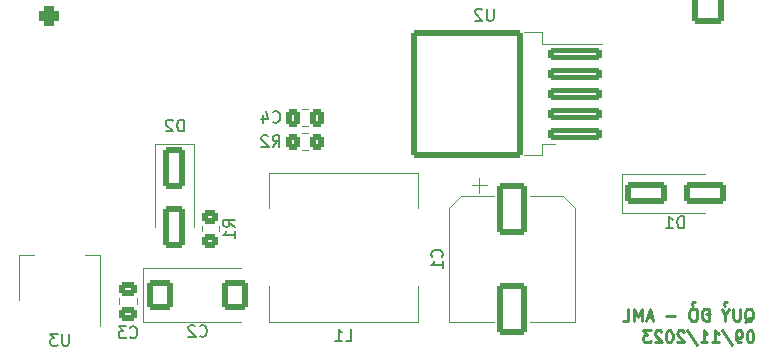
<source format=gbo>
G04 #@! TF.GenerationSoftware,KiCad,Pcbnew,7.0.8*
G04 #@! TF.CreationDate,2023-11-09T09:46:19+07:00*
G04 #@! TF.ProjectId,PCB v2,50434220-7632-42e6-9b69-6361645f7063,rev?*
G04 #@! TF.SameCoordinates,Original*
G04 #@! TF.FileFunction,Legend,Bot*
G04 #@! TF.FilePolarity,Positive*
%FSLAX46Y46*%
G04 Gerber Fmt 4.6, Leading zero omitted, Abs format (unit mm)*
G04 Created by KiCad (PCBNEW 7.0.8) date 2023-11-09 09:46:19*
%MOMM*%
%LPD*%
G01*
G04 APERTURE LIST*
G04 Aperture macros list*
%AMRoundRect*
0 Rectangle with rounded corners*
0 $1 Rounding radius*
0 $2 $3 $4 $5 $6 $7 $8 $9 X,Y pos of 4 corners*
0 Add a 4 corners polygon primitive as box body*
4,1,4,$2,$3,$4,$5,$6,$7,$8,$9,$2,$3,0*
0 Add four circle primitives for the rounded corners*
1,1,$1+$1,$2,$3*
1,1,$1+$1,$4,$5*
1,1,$1+$1,$6,$7*
1,1,$1+$1,$8,$9*
0 Add four rect primitives between the rounded corners*
20,1,$1+$1,$2,$3,$4,$5,0*
20,1,$1+$1,$4,$5,$6,$7,0*
20,1,$1+$1,$6,$7,$8,$9,0*
20,1,$1+$1,$8,$9,$2,$3,0*%
G04 Aperture macros list end*
%ADD10C,0.250000*%
%ADD11C,0.150000*%
%ADD12C,0.120000*%
%ADD13RoundRect,0.425000X-0.425000X0.425000X-0.425000X-0.425000X0.425000X-0.425000X0.425000X0.425000X0*%
%ADD14C,1.700000*%
%ADD15C,2.700000*%
%ADD16RoundRect,0.250001X-1.099999X1.099999X-1.099999X-1.099999X1.099999X-1.099999X1.099999X1.099999X0*%
%ADD17RoundRect,0.425000X-0.425000X-0.425000X0.425000X-0.425000X0.425000X0.425000X-0.425000X0.425000X0*%
%ADD18RoundRect,0.425000X0.425000X-0.425000X0.425000X0.425000X-0.425000X0.425000X-0.425000X-0.425000X0*%
%ADD19C,1.500000*%
%ADD20C,2.000000*%
%ADD21R,2.000000X2.000000*%
%ADD22RoundRect,0.250000X0.475000X-0.337500X0.475000X0.337500X-0.475000X0.337500X-0.475000X-0.337500X0*%
%ADD23RoundRect,0.250000X2.050000X0.300000X-2.050000X0.300000X-2.050000X-0.300000X2.050000X-0.300000X0*%
%ADD24RoundRect,0.250002X4.449998X5.149998X-4.449998X5.149998X-4.449998X-5.149998X4.449998X-5.149998X0*%
%ADD25RoundRect,0.250000X-0.650000X1.500000X-0.650000X-1.500000X0.650000X-1.500000X0.650000X1.500000X0*%
%ADD26R,2.900000X5.400000*%
%ADD27R,1.500000X2.000000*%
%ADD28R,3.800000X2.000000*%
%ADD29RoundRect,0.250000X0.450000X-0.350000X0.450000X0.350000X-0.450000X0.350000X-0.450000X-0.350000X0*%
%ADD30RoundRect,0.250000X-0.337500X-0.475000X0.337500X-0.475000X0.337500X0.475000X-0.337500X0.475000X0*%
%ADD31RoundRect,0.250000X-0.875000X-1.025000X0.875000X-1.025000X0.875000X1.025000X-0.875000X1.025000X0*%
%ADD32RoundRect,0.250000X-1.000000X1.950000X-1.000000X-1.950000X1.000000X-1.950000X1.000000X1.950000X0*%
%ADD33RoundRect,0.250000X-1.500000X-0.650000X1.500000X-0.650000X1.500000X0.650000X-1.500000X0.650000X0*%
%ADD34RoundRect,0.250000X0.350000X0.450000X-0.350000X0.450000X-0.350000X-0.450000X0.350000X-0.450000X0*%
G04 APERTURE END LIST*
D10*
X174030765Y-134819857D02*
X174126003Y-134772238D01*
X174126003Y-134772238D02*
X174221241Y-134677000D01*
X174221241Y-134677000D02*
X174364098Y-134534142D01*
X174364098Y-134534142D02*
X174459336Y-134486523D01*
X174459336Y-134486523D02*
X174554574Y-134486523D01*
X174506955Y-134724619D02*
X174602193Y-134677000D01*
X174602193Y-134677000D02*
X174697431Y-134581761D01*
X174697431Y-134581761D02*
X174745050Y-134391285D01*
X174745050Y-134391285D02*
X174745050Y-134057952D01*
X174745050Y-134057952D02*
X174697431Y-133867476D01*
X174697431Y-133867476D02*
X174602193Y-133772238D01*
X174602193Y-133772238D02*
X174506955Y-133724619D01*
X174506955Y-133724619D02*
X174316479Y-133724619D01*
X174316479Y-133724619D02*
X174221241Y-133772238D01*
X174221241Y-133772238D02*
X174126003Y-133867476D01*
X174126003Y-133867476D02*
X174078384Y-134057952D01*
X174078384Y-134057952D02*
X174078384Y-134391285D01*
X174078384Y-134391285D02*
X174126003Y-134581761D01*
X174126003Y-134581761D02*
X174221241Y-134677000D01*
X174221241Y-134677000D02*
X174316479Y-134724619D01*
X174316479Y-134724619D02*
X174506955Y-134724619D01*
X173649812Y-133724619D02*
X173649812Y-134534142D01*
X173649812Y-134534142D02*
X173602193Y-134629380D01*
X173602193Y-134629380D02*
X173554574Y-134677000D01*
X173554574Y-134677000D02*
X173459336Y-134724619D01*
X173459336Y-134724619D02*
X173268860Y-134724619D01*
X173268860Y-134724619D02*
X173173622Y-134677000D01*
X173173622Y-134677000D02*
X173126003Y-134629380D01*
X173126003Y-134629380D02*
X173078384Y-134534142D01*
X173078384Y-134534142D02*
X173078384Y-133724619D01*
X172411717Y-134248428D02*
X172411717Y-134724619D01*
X172745050Y-133724619D02*
X172411717Y-134248428D01*
X172411717Y-134248428D02*
X172078384Y-133724619D01*
X172411717Y-133486523D02*
X172316479Y-133391285D01*
X172316479Y-133391285D02*
X172268860Y-133296047D01*
X172268860Y-133296047D02*
X172316479Y-133200809D01*
X172316479Y-133200809D02*
X172411717Y-133153190D01*
X172411717Y-133153190D02*
X172506955Y-133153190D01*
X170983145Y-134724619D02*
X170983145Y-133724619D01*
X170983145Y-133724619D02*
X170745050Y-133724619D01*
X170745050Y-133724619D02*
X170602193Y-133772238D01*
X170602193Y-133772238D02*
X170506955Y-133867476D01*
X170506955Y-133867476D02*
X170459336Y-133962714D01*
X170459336Y-133962714D02*
X170411717Y-134153190D01*
X170411717Y-134153190D02*
X170411717Y-134296047D01*
X170411717Y-134296047D02*
X170459336Y-134486523D01*
X170459336Y-134486523D02*
X170506955Y-134581761D01*
X170506955Y-134581761D02*
X170602193Y-134677000D01*
X170602193Y-134677000D02*
X170745050Y-134724619D01*
X170745050Y-134724619D02*
X170983145Y-134724619D01*
X171126002Y-134200809D02*
X170745050Y-134200809D01*
X169792669Y-133724619D02*
X169602193Y-133724619D01*
X169602193Y-133724619D02*
X169506955Y-133772238D01*
X169506955Y-133772238D02*
X169411717Y-133867476D01*
X169411717Y-133867476D02*
X169364098Y-134057952D01*
X169364098Y-134057952D02*
X169364098Y-134391285D01*
X169364098Y-134391285D02*
X169411717Y-134581761D01*
X169411717Y-134581761D02*
X169506955Y-134677000D01*
X169506955Y-134677000D02*
X169602193Y-134724619D01*
X169602193Y-134724619D02*
X169792669Y-134724619D01*
X169792669Y-134724619D02*
X169887907Y-134677000D01*
X169887907Y-134677000D02*
X169983145Y-134581761D01*
X169983145Y-134581761D02*
X170030764Y-134391285D01*
X170030764Y-134391285D02*
X170030764Y-134057952D01*
X170030764Y-134057952D02*
X169983145Y-133867476D01*
X169983145Y-133867476D02*
X169887907Y-133772238D01*
X169887907Y-133772238D02*
X169792669Y-133724619D01*
X169697431Y-133486523D02*
X169602193Y-133391285D01*
X169602193Y-133391285D02*
X169554574Y-133296047D01*
X169554574Y-133296047D02*
X169602193Y-133200809D01*
X169602193Y-133200809D02*
X169697431Y-133153190D01*
X169697431Y-133153190D02*
X169792669Y-133153190D01*
X168173621Y-134343666D02*
X167411717Y-134343666D01*
X166221240Y-134438904D02*
X165745050Y-134438904D01*
X166316478Y-134724619D02*
X165983145Y-133724619D01*
X165983145Y-133724619D02*
X165649812Y-134724619D01*
X165316478Y-134724619D02*
X165316478Y-133724619D01*
X165316478Y-133724619D02*
X164983145Y-134438904D01*
X164983145Y-134438904D02*
X164649812Y-133724619D01*
X164649812Y-133724619D02*
X164649812Y-134724619D01*
X163697431Y-134724619D02*
X164173621Y-134724619D01*
X164173621Y-134724619D02*
X164173621Y-133724619D01*
X174546955Y-135554619D02*
X174451717Y-135554619D01*
X174451717Y-135554619D02*
X174356479Y-135602238D01*
X174356479Y-135602238D02*
X174308860Y-135649857D01*
X174308860Y-135649857D02*
X174261241Y-135745095D01*
X174261241Y-135745095D02*
X174213622Y-135935571D01*
X174213622Y-135935571D02*
X174213622Y-136173666D01*
X174213622Y-136173666D02*
X174261241Y-136364142D01*
X174261241Y-136364142D02*
X174308860Y-136459380D01*
X174308860Y-136459380D02*
X174356479Y-136507000D01*
X174356479Y-136507000D02*
X174451717Y-136554619D01*
X174451717Y-136554619D02*
X174546955Y-136554619D01*
X174546955Y-136554619D02*
X174642193Y-136507000D01*
X174642193Y-136507000D02*
X174689812Y-136459380D01*
X174689812Y-136459380D02*
X174737431Y-136364142D01*
X174737431Y-136364142D02*
X174785050Y-136173666D01*
X174785050Y-136173666D02*
X174785050Y-135935571D01*
X174785050Y-135935571D02*
X174737431Y-135745095D01*
X174737431Y-135745095D02*
X174689812Y-135649857D01*
X174689812Y-135649857D02*
X174642193Y-135602238D01*
X174642193Y-135602238D02*
X174546955Y-135554619D01*
X173737431Y-136554619D02*
X173546955Y-136554619D01*
X173546955Y-136554619D02*
X173451717Y-136507000D01*
X173451717Y-136507000D02*
X173404098Y-136459380D01*
X173404098Y-136459380D02*
X173308860Y-136316523D01*
X173308860Y-136316523D02*
X173261241Y-136126047D01*
X173261241Y-136126047D02*
X173261241Y-135745095D01*
X173261241Y-135745095D02*
X173308860Y-135649857D01*
X173308860Y-135649857D02*
X173356479Y-135602238D01*
X173356479Y-135602238D02*
X173451717Y-135554619D01*
X173451717Y-135554619D02*
X173642193Y-135554619D01*
X173642193Y-135554619D02*
X173737431Y-135602238D01*
X173737431Y-135602238D02*
X173785050Y-135649857D01*
X173785050Y-135649857D02*
X173832669Y-135745095D01*
X173832669Y-135745095D02*
X173832669Y-135983190D01*
X173832669Y-135983190D02*
X173785050Y-136078428D01*
X173785050Y-136078428D02*
X173737431Y-136126047D01*
X173737431Y-136126047D02*
X173642193Y-136173666D01*
X173642193Y-136173666D02*
X173451717Y-136173666D01*
X173451717Y-136173666D02*
X173356479Y-136126047D01*
X173356479Y-136126047D02*
X173308860Y-136078428D01*
X173308860Y-136078428D02*
X173261241Y-135983190D01*
X172118384Y-135507000D02*
X172975526Y-136792714D01*
X171261241Y-136554619D02*
X171832669Y-136554619D01*
X171546955Y-136554619D02*
X171546955Y-135554619D01*
X171546955Y-135554619D02*
X171642193Y-135697476D01*
X171642193Y-135697476D02*
X171737431Y-135792714D01*
X171737431Y-135792714D02*
X171832669Y-135840333D01*
X170308860Y-136554619D02*
X170880288Y-136554619D01*
X170594574Y-136554619D02*
X170594574Y-135554619D01*
X170594574Y-135554619D02*
X170689812Y-135697476D01*
X170689812Y-135697476D02*
X170785050Y-135792714D01*
X170785050Y-135792714D02*
X170880288Y-135840333D01*
X169166003Y-135507000D02*
X170023145Y-136792714D01*
X168880288Y-135649857D02*
X168832669Y-135602238D01*
X168832669Y-135602238D02*
X168737431Y-135554619D01*
X168737431Y-135554619D02*
X168499336Y-135554619D01*
X168499336Y-135554619D02*
X168404098Y-135602238D01*
X168404098Y-135602238D02*
X168356479Y-135649857D01*
X168356479Y-135649857D02*
X168308860Y-135745095D01*
X168308860Y-135745095D02*
X168308860Y-135840333D01*
X168308860Y-135840333D02*
X168356479Y-135983190D01*
X168356479Y-135983190D02*
X168927907Y-136554619D01*
X168927907Y-136554619D02*
X168308860Y-136554619D01*
X167689812Y-135554619D02*
X167594574Y-135554619D01*
X167594574Y-135554619D02*
X167499336Y-135602238D01*
X167499336Y-135602238D02*
X167451717Y-135649857D01*
X167451717Y-135649857D02*
X167404098Y-135745095D01*
X167404098Y-135745095D02*
X167356479Y-135935571D01*
X167356479Y-135935571D02*
X167356479Y-136173666D01*
X167356479Y-136173666D02*
X167404098Y-136364142D01*
X167404098Y-136364142D02*
X167451717Y-136459380D01*
X167451717Y-136459380D02*
X167499336Y-136507000D01*
X167499336Y-136507000D02*
X167594574Y-136554619D01*
X167594574Y-136554619D02*
X167689812Y-136554619D01*
X167689812Y-136554619D02*
X167785050Y-136507000D01*
X167785050Y-136507000D02*
X167832669Y-136459380D01*
X167832669Y-136459380D02*
X167880288Y-136364142D01*
X167880288Y-136364142D02*
X167927907Y-136173666D01*
X167927907Y-136173666D02*
X167927907Y-135935571D01*
X167927907Y-135935571D02*
X167880288Y-135745095D01*
X167880288Y-135745095D02*
X167832669Y-135649857D01*
X167832669Y-135649857D02*
X167785050Y-135602238D01*
X167785050Y-135602238D02*
X167689812Y-135554619D01*
X166975526Y-135649857D02*
X166927907Y-135602238D01*
X166927907Y-135602238D02*
X166832669Y-135554619D01*
X166832669Y-135554619D02*
X166594574Y-135554619D01*
X166594574Y-135554619D02*
X166499336Y-135602238D01*
X166499336Y-135602238D02*
X166451717Y-135649857D01*
X166451717Y-135649857D02*
X166404098Y-135745095D01*
X166404098Y-135745095D02*
X166404098Y-135840333D01*
X166404098Y-135840333D02*
X166451717Y-135983190D01*
X166451717Y-135983190D02*
X167023145Y-136554619D01*
X167023145Y-136554619D02*
X166404098Y-136554619D01*
X166070764Y-135554619D02*
X165451717Y-135554619D01*
X165451717Y-135554619D02*
X165785050Y-135935571D01*
X165785050Y-135935571D02*
X165642193Y-135935571D01*
X165642193Y-135935571D02*
X165546955Y-135983190D01*
X165546955Y-135983190D02*
X165499336Y-136030809D01*
X165499336Y-136030809D02*
X165451717Y-136126047D01*
X165451717Y-136126047D02*
X165451717Y-136364142D01*
X165451717Y-136364142D02*
X165499336Y-136459380D01*
X165499336Y-136459380D02*
X165546955Y-136507000D01*
X165546955Y-136507000D02*
X165642193Y-136554619D01*
X165642193Y-136554619D02*
X165927907Y-136554619D01*
X165927907Y-136554619D02*
X166023145Y-136507000D01*
X166023145Y-136507000D02*
X166070764Y-136459380D01*
D11*
X122005166Y-136119580D02*
X122052785Y-136167200D01*
X122052785Y-136167200D02*
X122195642Y-136214819D01*
X122195642Y-136214819D02*
X122290880Y-136214819D01*
X122290880Y-136214819D02*
X122433737Y-136167200D01*
X122433737Y-136167200D02*
X122528975Y-136071961D01*
X122528975Y-136071961D02*
X122576594Y-135976723D01*
X122576594Y-135976723D02*
X122624213Y-135786247D01*
X122624213Y-135786247D02*
X122624213Y-135643390D01*
X122624213Y-135643390D02*
X122576594Y-135452914D01*
X122576594Y-135452914D02*
X122528975Y-135357676D01*
X122528975Y-135357676D02*
X122433737Y-135262438D01*
X122433737Y-135262438D02*
X122290880Y-135214819D01*
X122290880Y-135214819D02*
X122195642Y-135214819D01*
X122195642Y-135214819D02*
X122052785Y-135262438D01*
X122052785Y-135262438D02*
X122005166Y-135310057D01*
X121671832Y-135214819D02*
X121052785Y-135214819D01*
X121052785Y-135214819D02*
X121386118Y-135595771D01*
X121386118Y-135595771D02*
X121243261Y-135595771D01*
X121243261Y-135595771D02*
X121148023Y-135643390D01*
X121148023Y-135643390D02*
X121100404Y-135691009D01*
X121100404Y-135691009D02*
X121052785Y-135786247D01*
X121052785Y-135786247D02*
X121052785Y-136024342D01*
X121052785Y-136024342D02*
X121100404Y-136119580D01*
X121100404Y-136119580D02*
X121148023Y-136167200D01*
X121148023Y-136167200D02*
X121243261Y-136214819D01*
X121243261Y-136214819D02*
X121528975Y-136214819D01*
X121528975Y-136214819D02*
X121624213Y-136167200D01*
X121624213Y-136167200D02*
X121671832Y-136119580D01*
X152780404Y-108334819D02*
X152780404Y-109144342D01*
X152780404Y-109144342D02*
X152732785Y-109239580D01*
X152732785Y-109239580D02*
X152685166Y-109287200D01*
X152685166Y-109287200D02*
X152589928Y-109334819D01*
X152589928Y-109334819D02*
X152399452Y-109334819D01*
X152399452Y-109334819D02*
X152304214Y-109287200D01*
X152304214Y-109287200D02*
X152256595Y-109239580D01*
X152256595Y-109239580D02*
X152208976Y-109144342D01*
X152208976Y-109144342D02*
X152208976Y-108334819D01*
X151780404Y-108430057D02*
X151732785Y-108382438D01*
X151732785Y-108382438D02*
X151637547Y-108334819D01*
X151637547Y-108334819D02*
X151399452Y-108334819D01*
X151399452Y-108334819D02*
X151304214Y-108382438D01*
X151304214Y-108382438D02*
X151256595Y-108430057D01*
X151256595Y-108430057D02*
X151208976Y-108525295D01*
X151208976Y-108525295D02*
X151208976Y-108620533D01*
X151208976Y-108620533D02*
X151256595Y-108763390D01*
X151256595Y-108763390D02*
X151828023Y-109334819D01*
X151828023Y-109334819D02*
X151208976Y-109334819D01*
X126548128Y-118704819D02*
X126548128Y-117704819D01*
X126548128Y-117704819D02*
X126310033Y-117704819D01*
X126310033Y-117704819D02*
X126167176Y-117752438D01*
X126167176Y-117752438D02*
X126071938Y-117847676D01*
X126071938Y-117847676D02*
X126024319Y-117942914D01*
X126024319Y-117942914D02*
X125976700Y-118133390D01*
X125976700Y-118133390D02*
X125976700Y-118276247D01*
X125976700Y-118276247D02*
X126024319Y-118466723D01*
X126024319Y-118466723D02*
X126071938Y-118561961D01*
X126071938Y-118561961D02*
X126167176Y-118657200D01*
X126167176Y-118657200D02*
X126310033Y-118704819D01*
X126310033Y-118704819D02*
X126548128Y-118704819D01*
X125595747Y-117800057D02*
X125548128Y-117752438D01*
X125548128Y-117752438D02*
X125452890Y-117704819D01*
X125452890Y-117704819D02*
X125214795Y-117704819D01*
X125214795Y-117704819D02*
X125119557Y-117752438D01*
X125119557Y-117752438D02*
X125071938Y-117800057D01*
X125071938Y-117800057D02*
X125024319Y-117895295D01*
X125024319Y-117895295D02*
X125024319Y-117990533D01*
X125024319Y-117990533D02*
X125071938Y-118133390D01*
X125071938Y-118133390D02*
X125643366Y-118704819D01*
X125643366Y-118704819D02*
X125024319Y-118704819D01*
X140245166Y-136444819D02*
X140721356Y-136444819D01*
X140721356Y-136444819D02*
X140721356Y-135444819D01*
X139388023Y-136444819D02*
X139959451Y-136444819D01*
X139673737Y-136444819D02*
X139673737Y-135444819D01*
X139673737Y-135444819D02*
X139768975Y-135587676D01*
X139768975Y-135587676D02*
X139864213Y-135682914D01*
X139864213Y-135682914D02*
X139959451Y-135730533D01*
X116820404Y-135844819D02*
X116820404Y-136654342D01*
X116820404Y-136654342D02*
X116772785Y-136749580D01*
X116772785Y-136749580D02*
X116725166Y-136797200D01*
X116725166Y-136797200D02*
X116629928Y-136844819D01*
X116629928Y-136844819D02*
X116439452Y-136844819D01*
X116439452Y-136844819D02*
X116344214Y-136797200D01*
X116344214Y-136797200D02*
X116296595Y-136749580D01*
X116296595Y-136749580D02*
X116248976Y-136654342D01*
X116248976Y-136654342D02*
X116248976Y-135844819D01*
X115868023Y-135844819D02*
X115248976Y-135844819D01*
X115248976Y-135844819D02*
X115582309Y-136225771D01*
X115582309Y-136225771D02*
X115439452Y-136225771D01*
X115439452Y-136225771D02*
X115344214Y-136273390D01*
X115344214Y-136273390D02*
X115296595Y-136321009D01*
X115296595Y-136321009D02*
X115248976Y-136416247D01*
X115248976Y-136416247D02*
X115248976Y-136654342D01*
X115248976Y-136654342D02*
X115296595Y-136749580D01*
X115296595Y-136749580D02*
X115344214Y-136797200D01*
X115344214Y-136797200D02*
X115439452Y-136844819D01*
X115439452Y-136844819D02*
X115725166Y-136844819D01*
X115725166Y-136844819D02*
X115820404Y-136797200D01*
X115820404Y-136797200D02*
X115868023Y-136749580D01*
X130893319Y-126783333D02*
X130417128Y-126450000D01*
X130893319Y-126211905D02*
X129893319Y-126211905D01*
X129893319Y-126211905D02*
X129893319Y-126592857D01*
X129893319Y-126592857D02*
X129940938Y-126688095D01*
X129940938Y-126688095D02*
X129988557Y-126735714D01*
X129988557Y-126735714D02*
X130083795Y-126783333D01*
X130083795Y-126783333D02*
X130226652Y-126783333D01*
X130226652Y-126783333D02*
X130321890Y-126735714D01*
X130321890Y-126735714D02*
X130369509Y-126688095D01*
X130369509Y-126688095D02*
X130417128Y-126592857D01*
X130417128Y-126592857D02*
X130417128Y-126211905D01*
X130893319Y-127735714D02*
X130893319Y-127164286D01*
X130893319Y-127450000D02*
X129893319Y-127450000D01*
X129893319Y-127450000D02*
X130036176Y-127354762D01*
X130036176Y-127354762D02*
X130131414Y-127259524D01*
X130131414Y-127259524D02*
X130179033Y-127164286D01*
X134096666Y-117889580D02*
X134144285Y-117937200D01*
X134144285Y-117937200D02*
X134287142Y-117984819D01*
X134287142Y-117984819D02*
X134382380Y-117984819D01*
X134382380Y-117984819D02*
X134525237Y-117937200D01*
X134525237Y-117937200D02*
X134620475Y-117841961D01*
X134620475Y-117841961D02*
X134668094Y-117746723D01*
X134668094Y-117746723D02*
X134715713Y-117556247D01*
X134715713Y-117556247D02*
X134715713Y-117413390D01*
X134715713Y-117413390D02*
X134668094Y-117222914D01*
X134668094Y-117222914D02*
X134620475Y-117127676D01*
X134620475Y-117127676D02*
X134525237Y-117032438D01*
X134525237Y-117032438D02*
X134382380Y-116984819D01*
X134382380Y-116984819D02*
X134287142Y-116984819D01*
X134287142Y-116984819D02*
X134144285Y-117032438D01*
X134144285Y-117032438D02*
X134096666Y-117080057D01*
X133239523Y-117318152D02*
X133239523Y-117984819D01*
X133477618Y-116937200D02*
X133715713Y-117651485D01*
X133715713Y-117651485D02*
X133096666Y-117651485D01*
X127885166Y-136012080D02*
X127932785Y-136059700D01*
X127932785Y-136059700D02*
X128075642Y-136107319D01*
X128075642Y-136107319D02*
X128170880Y-136107319D01*
X128170880Y-136107319D02*
X128313737Y-136059700D01*
X128313737Y-136059700D02*
X128408975Y-135964461D01*
X128408975Y-135964461D02*
X128456594Y-135869223D01*
X128456594Y-135869223D02*
X128504213Y-135678747D01*
X128504213Y-135678747D02*
X128504213Y-135535890D01*
X128504213Y-135535890D02*
X128456594Y-135345414D01*
X128456594Y-135345414D02*
X128408975Y-135250176D01*
X128408975Y-135250176D02*
X128313737Y-135154938D01*
X128313737Y-135154938D02*
X128170880Y-135107319D01*
X128170880Y-135107319D02*
X128075642Y-135107319D01*
X128075642Y-135107319D02*
X127932785Y-135154938D01*
X127932785Y-135154938D02*
X127885166Y-135202557D01*
X127504213Y-135202557D02*
X127456594Y-135154938D01*
X127456594Y-135154938D02*
X127361356Y-135107319D01*
X127361356Y-135107319D02*
X127123261Y-135107319D01*
X127123261Y-135107319D02*
X127028023Y-135154938D01*
X127028023Y-135154938D02*
X126980404Y-135202557D01*
X126980404Y-135202557D02*
X126932785Y-135297795D01*
X126932785Y-135297795D02*
X126932785Y-135393033D01*
X126932785Y-135393033D02*
X126980404Y-135535890D01*
X126980404Y-135535890D02*
X127551832Y-136107319D01*
X127551832Y-136107319D02*
X126932785Y-136107319D01*
X148388080Y-129333333D02*
X148435700Y-129285714D01*
X148435700Y-129285714D02*
X148483319Y-129142857D01*
X148483319Y-129142857D02*
X148483319Y-129047619D01*
X148483319Y-129047619D02*
X148435700Y-128904762D01*
X148435700Y-128904762D02*
X148340461Y-128809524D01*
X148340461Y-128809524D02*
X148245223Y-128761905D01*
X148245223Y-128761905D02*
X148054747Y-128714286D01*
X148054747Y-128714286D02*
X147911890Y-128714286D01*
X147911890Y-128714286D02*
X147721414Y-128761905D01*
X147721414Y-128761905D02*
X147626176Y-128809524D01*
X147626176Y-128809524D02*
X147530938Y-128904762D01*
X147530938Y-128904762D02*
X147483319Y-129047619D01*
X147483319Y-129047619D02*
X147483319Y-129142857D01*
X147483319Y-129142857D02*
X147530938Y-129285714D01*
X147530938Y-129285714D02*
X147578557Y-129333333D01*
X148483319Y-130285714D02*
X148483319Y-129714286D01*
X148483319Y-130000000D02*
X147483319Y-130000000D01*
X147483319Y-130000000D02*
X147626176Y-129904762D01*
X147626176Y-129904762D02*
X147721414Y-129809524D01*
X147721414Y-129809524D02*
X147769033Y-129714286D01*
X168896594Y-126904819D02*
X168896594Y-125904819D01*
X168896594Y-125904819D02*
X168658499Y-125904819D01*
X168658499Y-125904819D02*
X168515642Y-125952438D01*
X168515642Y-125952438D02*
X168420404Y-126047676D01*
X168420404Y-126047676D02*
X168372785Y-126142914D01*
X168372785Y-126142914D02*
X168325166Y-126333390D01*
X168325166Y-126333390D02*
X168325166Y-126476247D01*
X168325166Y-126476247D02*
X168372785Y-126666723D01*
X168372785Y-126666723D02*
X168420404Y-126761961D01*
X168420404Y-126761961D02*
X168515642Y-126857200D01*
X168515642Y-126857200D02*
X168658499Y-126904819D01*
X168658499Y-126904819D02*
X168896594Y-126904819D01*
X167372785Y-126904819D02*
X167944213Y-126904819D01*
X167658499Y-126904819D02*
X167658499Y-125904819D01*
X167658499Y-125904819D02*
X167753737Y-126047676D01*
X167753737Y-126047676D02*
X167848975Y-126142914D01*
X167848975Y-126142914D02*
X167944213Y-126190533D01*
X134066666Y-120034819D02*
X134399999Y-119558628D01*
X134638094Y-120034819D02*
X134638094Y-119034819D01*
X134638094Y-119034819D02*
X134257142Y-119034819D01*
X134257142Y-119034819D02*
X134161904Y-119082438D01*
X134161904Y-119082438D02*
X134114285Y-119130057D01*
X134114285Y-119130057D02*
X134066666Y-119225295D01*
X134066666Y-119225295D02*
X134066666Y-119368152D01*
X134066666Y-119368152D02*
X134114285Y-119463390D01*
X134114285Y-119463390D02*
X134161904Y-119511009D01*
X134161904Y-119511009D02*
X134257142Y-119558628D01*
X134257142Y-119558628D02*
X134638094Y-119558628D01*
X133685713Y-119130057D02*
X133638094Y-119082438D01*
X133638094Y-119082438D02*
X133542856Y-119034819D01*
X133542856Y-119034819D02*
X133304761Y-119034819D01*
X133304761Y-119034819D02*
X133209523Y-119082438D01*
X133209523Y-119082438D02*
X133161904Y-119130057D01*
X133161904Y-119130057D02*
X133114285Y-119225295D01*
X133114285Y-119225295D02*
X133114285Y-119320533D01*
X133114285Y-119320533D02*
X133161904Y-119463390D01*
X133161904Y-119463390D02*
X133733332Y-120034819D01*
X133733332Y-120034819D02*
X133114285Y-120034819D01*
D12*
X121083500Y-133351252D02*
X121083500Y-132828748D01*
X122553500Y-133351252D02*
X122553500Y-132828748D01*
X155343500Y-110330000D02*
X156843500Y-110330000D01*
X155343500Y-120730000D02*
X156843500Y-120730000D01*
X156843500Y-110330000D02*
X156843500Y-111280000D01*
X156843500Y-111280000D02*
X161968500Y-111280000D01*
X156843500Y-119780000D02*
X157943500Y-119780000D01*
X156843500Y-120730000D02*
X156843500Y-119780000D01*
X127398500Y-119810000D02*
X127398500Y-126820000D01*
X124098500Y-119810000D02*
X127398500Y-119810000D01*
X124098500Y-119810000D02*
X124098500Y-126820000D01*
X146398500Y-134830000D02*
X146398500Y-131830000D01*
X146398500Y-125230000D02*
X146398500Y-122230000D01*
X146398500Y-122230000D02*
X133798500Y-122230000D01*
X133798500Y-134830000D02*
X146398500Y-134830000D01*
X133798500Y-131830000D02*
X133798500Y-134830000D01*
X133798500Y-122230000D02*
X133798500Y-125230000D01*
X119428500Y-135190000D02*
X119428500Y-129180000D01*
X112608500Y-132940000D02*
X112608500Y-129180000D01*
X112608500Y-129180000D02*
X113868500Y-129180000D01*
X119428500Y-129180000D02*
X118168500Y-129180000D01*
X128053500Y-127177064D02*
X128053500Y-126722936D01*
X129523500Y-127177064D02*
X129523500Y-126722936D01*
X136556248Y-116795000D02*
X137078752Y-116795000D01*
X136556248Y-118265000D02*
X137078752Y-118265000D01*
X123133500Y-130292500D02*
X131368500Y-130292500D01*
X123133500Y-134812500D02*
X123133500Y-130292500D01*
X131368500Y-134812500D02*
X123133500Y-134812500D01*
X148968500Y-134860000D02*
X152818500Y-134860000D01*
X159688500Y-134860000D02*
X155838500Y-134860000D01*
X148968500Y-125204437D02*
X148968500Y-134860000D01*
X159688500Y-125204437D02*
X159688500Y-134860000D01*
X150032937Y-124140000D02*
X148968500Y-125204437D01*
X150032937Y-124140000D02*
X152818500Y-124140000D01*
X158624063Y-124140000D02*
X159688500Y-125204437D01*
X158624063Y-124140000D02*
X155838500Y-124140000D01*
X150943500Y-123275000D02*
X152193500Y-123275000D01*
X151568500Y-122650000D02*
X151568500Y-123900000D01*
X163648500Y-125600000D02*
X170658500Y-125600000D01*
X163648500Y-125600000D02*
X163648500Y-122300000D01*
X163648500Y-122300000D02*
X170658500Y-122300000D01*
X137044564Y-120305000D02*
X136590436Y-120305000D01*
X137044564Y-118835000D02*
X136590436Y-118835000D01*
%LPC*%
D13*
X172058500Y-95500000D03*
D14*
X172058500Y-98040000D03*
X172058500Y-100580000D03*
X172058500Y-103120000D03*
D15*
X170930000Y-112252500D03*
D16*
X170930000Y-108292500D03*
D13*
X164358500Y-66080000D03*
D14*
X164358500Y-68620000D03*
X164358500Y-71160000D03*
X164358500Y-73700000D03*
D17*
X138368500Y-58600000D03*
D14*
X140908500Y-58600000D03*
X143448500Y-58600000D03*
X145988500Y-58600000D03*
X148528500Y-58600000D03*
X164890000Y-103160000D03*
X164890000Y-100620000D03*
X164890000Y-98080000D03*
D13*
X164890000Y-95540000D03*
D18*
X115098500Y-108930000D03*
D14*
X115098500Y-106390000D03*
D13*
X171957700Y-60170000D03*
D14*
X171957700Y-62710000D03*
X171957700Y-65250000D03*
X171957700Y-67790000D03*
X171957700Y-70330000D03*
D18*
X115174000Y-70622500D03*
D14*
X115174000Y-68082500D03*
X115174000Y-65542500D03*
X115174000Y-63002500D03*
X115174000Y-60462500D03*
D17*
X122248500Y-58600000D03*
D14*
X124788500Y-58600000D03*
X127328500Y-58600000D03*
X129868500Y-58600000D03*
X132408500Y-58600000D03*
D18*
X115078500Y-89200000D03*
D14*
X115078500Y-86660000D03*
X115078500Y-84120000D03*
X115078500Y-81580000D03*
X115078500Y-79040000D03*
X115078500Y-76500000D03*
X157544500Y-103230000D03*
X157544500Y-100690000D03*
X157544500Y-98150000D03*
D13*
X157544500Y-95610000D03*
X171997700Y-76240000D03*
D14*
X171997700Y-78780000D03*
X171997700Y-81320000D03*
X171997700Y-83860000D03*
X171997700Y-86400000D03*
X171997700Y-88940000D03*
D18*
X115118500Y-100420000D03*
D14*
X115118500Y-97880000D03*
X115118500Y-95340000D03*
D19*
X122458500Y-67337500D03*
X122458500Y-72217500D03*
D17*
X154418500Y-58650000D03*
D14*
X156958500Y-58650000D03*
X159498500Y-58650000D03*
X162038500Y-58650000D03*
X164578500Y-58650000D03*
D20*
X129660000Y-105210000D03*
D21*
X122060000Y-105210000D03*
D22*
X121818500Y-134127500D03*
X121818500Y-132052500D03*
D23*
X159668500Y-118930000D03*
X159668500Y-117230000D03*
D24*
X150518500Y-115530000D03*
D23*
X159668500Y-115530000D03*
X159668500Y-113830000D03*
X159668500Y-112130000D03*
D25*
X125748500Y-121820000D03*
X125748500Y-126820000D03*
D26*
X145048500Y-128530000D03*
X135148500Y-128530000D03*
D27*
X118318500Y-134240000D03*
X116018500Y-134240000D03*
D28*
X116018500Y-127940000D03*
D27*
X113718500Y-134240000D03*
D29*
X128788500Y-127950000D03*
X128788500Y-125950000D03*
D30*
X135780000Y-117530000D03*
X137855000Y-117530000D03*
D31*
X124518500Y-132552500D03*
X130918500Y-132552500D03*
D32*
X154328500Y-133700000D03*
X154328500Y-125300000D03*
D33*
X170658500Y-123950000D03*
X165658500Y-123950000D03*
D34*
X137817500Y-119570000D03*
X135817500Y-119570000D03*
%LPD*%
M02*

</source>
